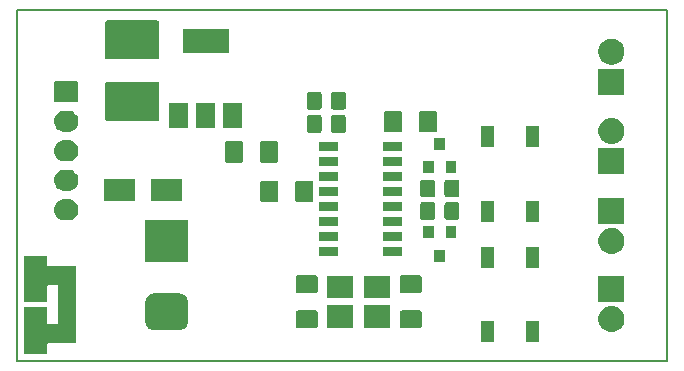
<source format=gbr>
G04 #@! TF.GenerationSoftware,KiCad,Pcbnew,(5.1.2-1)-1*
G04 #@! TF.CreationDate,2019-10-05T22:58:12+03:00*
G04 #@! TF.ProjectId,curtains-driver,63757274-6169-46e7-932d-647269766572,rev?*
G04 #@! TF.SameCoordinates,Original*
G04 #@! TF.FileFunction,Soldermask,Top*
G04 #@! TF.FilePolarity,Negative*
%FSLAX46Y46*%
G04 Gerber Fmt 4.6, Leading zero omitted, Abs format (unit mm)*
G04 Created by KiCad (PCBNEW (5.1.2-1)-1) date 2019-10-05 22:58:12*
%MOMM*%
%LPD*%
G04 APERTURE LIST*
%ADD10C,0.150000*%
%ADD11C,0.100000*%
G04 APERTURE END LIST*
D10*
X134000000Y-63754000D02*
X134000000Y-93500000D01*
X78968600Y-63754000D02*
X78968600Y-93472000D01*
X134000000Y-93500000D02*
X78968600Y-93472000D01*
X78968600Y-63754000D02*
X134000000Y-63754000D01*
D11*
G36*
X81525500Y-85333501D02*
G01*
X81527902Y-85357887D01*
X81535015Y-85381336D01*
X81546566Y-85402947D01*
X81562111Y-85421889D01*
X81581053Y-85437434D01*
X81602664Y-85448985D01*
X81626113Y-85456098D01*
X81650499Y-85458500D01*
X83925500Y-85458500D01*
X83925500Y-91960500D01*
X81650499Y-91960500D01*
X81626113Y-91962902D01*
X81602664Y-91970015D01*
X81581053Y-91981566D01*
X81562111Y-91997111D01*
X81546566Y-92016053D01*
X81535015Y-92037664D01*
X81527902Y-92061113D01*
X81525500Y-92085499D01*
X81525500Y-92858000D01*
X79523500Y-92858000D01*
X79523500Y-88911000D01*
X81525500Y-88911000D01*
X81525500Y-90258501D01*
X81527902Y-90282887D01*
X81535015Y-90306336D01*
X81546566Y-90327947D01*
X81562111Y-90346889D01*
X81581053Y-90362434D01*
X81602664Y-90373985D01*
X81626113Y-90381098D01*
X81650499Y-90383500D01*
X82318501Y-90383500D01*
X82342887Y-90381098D01*
X82366336Y-90373985D01*
X82387947Y-90362434D01*
X82406889Y-90346889D01*
X82422434Y-90327947D01*
X82433985Y-90306336D01*
X82441098Y-90282887D01*
X82443500Y-90258501D01*
X82443500Y-87160499D01*
X82441098Y-87136113D01*
X82433985Y-87112664D01*
X82422434Y-87091053D01*
X82406889Y-87072111D01*
X82387947Y-87056566D01*
X82366336Y-87045015D01*
X82342887Y-87037902D01*
X82318501Y-87035500D01*
X81650499Y-87035500D01*
X81626113Y-87037902D01*
X81602664Y-87045015D01*
X81581053Y-87056566D01*
X81562111Y-87072111D01*
X81546566Y-87091053D01*
X81535015Y-87112664D01*
X81527902Y-87136113D01*
X81525500Y-87160499D01*
X81525500Y-88508000D01*
X79523500Y-88508000D01*
X79523500Y-84561000D01*
X81525500Y-84561000D01*
X81525500Y-85333501D01*
X81525500Y-85333501D01*
G37*
G36*
X123126400Y-91884200D02*
G01*
X122024400Y-91884200D01*
X122024400Y-90082200D01*
X123126400Y-90082200D01*
X123126400Y-91884200D01*
X123126400Y-91884200D01*
G37*
G36*
X119326400Y-91884200D02*
G01*
X118224400Y-91884200D01*
X118224400Y-90082200D01*
X119326400Y-90082200D01*
X119326400Y-91884200D01*
X119326400Y-91884200D01*
G37*
G36*
X129500794Y-88836155D02*
G01*
X129607150Y-88857311D01*
X129707334Y-88898809D01*
X129807520Y-88940307D01*
X129987844Y-89060795D01*
X130141205Y-89214156D01*
X130261693Y-89394480D01*
X130261693Y-89394481D01*
X130344689Y-89594850D01*
X130387000Y-89807561D01*
X130387000Y-90024439D01*
X130344689Y-90237150D01*
X130316031Y-90306336D01*
X130261693Y-90437520D01*
X130141205Y-90617844D01*
X129987844Y-90771205D01*
X129807520Y-90891693D01*
X129607150Y-90974689D01*
X129500794Y-90995845D01*
X129394440Y-91017000D01*
X129177560Y-91017000D01*
X129071205Y-90995844D01*
X128964850Y-90974689D01*
X128764480Y-90891693D01*
X128584156Y-90771205D01*
X128430795Y-90617844D01*
X128310307Y-90437520D01*
X128255969Y-90306336D01*
X128227311Y-90237150D01*
X128185000Y-90024439D01*
X128185000Y-89807561D01*
X128227311Y-89594850D01*
X128310307Y-89394481D01*
X128310307Y-89394480D01*
X128430795Y-89214156D01*
X128584156Y-89060795D01*
X128764480Y-88940307D01*
X128864666Y-88898809D01*
X128964850Y-88857311D01*
X129071206Y-88836155D01*
X129177560Y-88815000D01*
X129394440Y-88815000D01*
X129500794Y-88836155D01*
X129500794Y-88836155D01*
G37*
G36*
X92857479Y-87775293D02*
G01*
X92991125Y-87815834D01*
X93114284Y-87881664D01*
X93222240Y-87970260D01*
X93310836Y-88078216D01*
X93376666Y-88201375D01*
X93417207Y-88335021D01*
X93431500Y-88480140D01*
X93431500Y-90143860D01*
X93417207Y-90288979D01*
X93376666Y-90422625D01*
X93310836Y-90545784D01*
X93222240Y-90653740D01*
X93114284Y-90742336D01*
X92991125Y-90808166D01*
X92857479Y-90848707D01*
X92712360Y-90863000D01*
X90548640Y-90863000D01*
X90403521Y-90848707D01*
X90269875Y-90808166D01*
X90146716Y-90742336D01*
X90038760Y-90653740D01*
X89950164Y-90545784D01*
X89884334Y-90422625D01*
X89843793Y-90288979D01*
X89829500Y-90143860D01*
X89829500Y-88480140D01*
X89843793Y-88335021D01*
X89884334Y-88201375D01*
X89950164Y-88078216D01*
X90038760Y-87970260D01*
X90146716Y-87881664D01*
X90269875Y-87815834D01*
X90403521Y-87775293D01*
X90548640Y-87761000D01*
X92712360Y-87761000D01*
X92857479Y-87775293D01*
X92857479Y-87775293D01*
G37*
G36*
X104255162Y-89196381D02*
G01*
X104290081Y-89206974D01*
X104322263Y-89224176D01*
X104350473Y-89247327D01*
X104373624Y-89275537D01*
X104390826Y-89307719D01*
X104401419Y-89342638D01*
X104405600Y-89385095D01*
X104405600Y-90526305D01*
X104401419Y-90568762D01*
X104390826Y-90603681D01*
X104373624Y-90635863D01*
X104350473Y-90664073D01*
X104322263Y-90687224D01*
X104290081Y-90704426D01*
X104255162Y-90715019D01*
X104212705Y-90719200D01*
X102746495Y-90719200D01*
X102704038Y-90715019D01*
X102669119Y-90704426D01*
X102636937Y-90687224D01*
X102608727Y-90664073D01*
X102585576Y-90635863D01*
X102568374Y-90603681D01*
X102557781Y-90568762D01*
X102553600Y-90526305D01*
X102553600Y-89385095D01*
X102557781Y-89342638D01*
X102568374Y-89307719D01*
X102585576Y-89275537D01*
X102608727Y-89247327D01*
X102636937Y-89224176D01*
X102669119Y-89206974D01*
X102704038Y-89196381D01*
X102746495Y-89192200D01*
X104212705Y-89192200D01*
X104255162Y-89196381D01*
X104255162Y-89196381D01*
G37*
G36*
X113068962Y-89196381D02*
G01*
X113103881Y-89206974D01*
X113136063Y-89224176D01*
X113164273Y-89247327D01*
X113187424Y-89275537D01*
X113204626Y-89307719D01*
X113215219Y-89342638D01*
X113219400Y-89385095D01*
X113219400Y-90526305D01*
X113215219Y-90568762D01*
X113204626Y-90603681D01*
X113187424Y-90635863D01*
X113164273Y-90664073D01*
X113136063Y-90687224D01*
X113103881Y-90704426D01*
X113068962Y-90715019D01*
X113026505Y-90719200D01*
X111560295Y-90719200D01*
X111517838Y-90715019D01*
X111482919Y-90704426D01*
X111450737Y-90687224D01*
X111422527Y-90664073D01*
X111399376Y-90635863D01*
X111382174Y-90603681D01*
X111371581Y-90568762D01*
X111367400Y-90526305D01*
X111367400Y-89385095D01*
X111371581Y-89342638D01*
X111382174Y-89307719D01*
X111399376Y-89275537D01*
X111422527Y-89247327D01*
X111450737Y-89224176D01*
X111482919Y-89206974D01*
X111517838Y-89196381D01*
X111560295Y-89192200D01*
X113026505Y-89192200D01*
X113068962Y-89196381D01*
X113068962Y-89196381D01*
G37*
G36*
X110524800Y-90669200D02*
G01*
X108322800Y-90669200D01*
X108322800Y-88767200D01*
X110524800Y-88767200D01*
X110524800Y-90669200D01*
X110524800Y-90669200D01*
G37*
G36*
X107424800Y-90669200D02*
G01*
X105222800Y-90669200D01*
X105222800Y-88767200D01*
X107424800Y-88767200D01*
X107424800Y-90669200D01*
X107424800Y-90669200D01*
G37*
G36*
X130387000Y-88477000D02*
G01*
X128185000Y-88477000D01*
X128185000Y-86275000D01*
X130387000Y-86275000D01*
X130387000Y-88477000D01*
X130387000Y-88477000D01*
G37*
G36*
X110524800Y-88169200D02*
G01*
X108322800Y-88169200D01*
X108322800Y-86267200D01*
X110524800Y-86267200D01*
X110524800Y-88169200D01*
X110524800Y-88169200D01*
G37*
G36*
X107424800Y-88169200D02*
G01*
X105222800Y-88169200D01*
X105222800Y-86267200D01*
X107424800Y-86267200D01*
X107424800Y-88169200D01*
X107424800Y-88169200D01*
G37*
G36*
X113068962Y-86221381D02*
G01*
X113103881Y-86231974D01*
X113136063Y-86249176D01*
X113164273Y-86272327D01*
X113187424Y-86300537D01*
X113204626Y-86332719D01*
X113215219Y-86367638D01*
X113219400Y-86410095D01*
X113219400Y-87551305D01*
X113215219Y-87593762D01*
X113204626Y-87628681D01*
X113187424Y-87660863D01*
X113164273Y-87689073D01*
X113136063Y-87712224D01*
X113103881Y-87729426D01*
X113068962Y-87740019D01*
X113026505Y-87744200D01*
X111560295Y-87744200D01*
X111517838Y-87740019D01*
X111482919Y-87729426D01*
X111450737Y-87712224D01*
X111422527Y-87689073D01*
X111399376Y-87660863D01*
X111382174Y-87628681D01*
X111371581Y-87593762D01*
X111367400Y-87551305D01*
X111367400Y-86410095D01*
X111371581Y-86367638D01*
X111382174Y-86332719D01*
X111399376Y-86300537D01*
X111422527Y-86272327D01*
X111450737Y-86249176D01*
X111482919Y-86231974D01*
X111517838Y-86221381D01*
X111560295Y-86217200D01*
X113026505Y-86217200D01*
X113068962Y-86221381D01*
X113068962Y-86221381D01*
G37*
G36*
X104255162Y-86221381D02*
G01*
X104290081Y-86231974D01*
X104322263Y-86249176D01*
X104350473Y-86272327D01*
X104373624Y-86300537D01*
X104390826Y-86332719D01*
X104401419Y-86367638D01*
X104405600Y-86410095D01*
X104405600Y-87551305D01*
X104401419Y-87593762D01*
X104390826Y-87628681D01*
X104373624Y-87660863D01*
X104350473Y-87689073D01*
X104322263Y-87712224D01*
X104290081Y-87729426D01*
X104255162Y-87740019D01*
X104212705Y-87744200D01*
X102746495Y-87744200D01*
X102704038Y-87740019D01*
X102669119Y-87729426D01*
X102636937Y-87712224D01*
X102608727Y-87689073D01*
X102585576Y-87660863D01*
X102568374Y-87628681D01*
X102557781Y-87593762D01*
X102553600Y-87551305D01*
X102553600Y-86410095D01*
X102557781Y-86367638D01*
X102568374Y-86332719D01*
X102585576Y-86300537D01*
X102608727Y-86272327D01*
X102636937Y-86249176D01*
X102669119Y-86231974D01*
X102704038Y-86221381D01*
X102746495Y-86217200D01*
X104212705Y-86217200D01*
X104255162Y-86221381D01*
X104255162Y-86221381D01*
G37*
G36*
X123126400Y-85584200D02*
G01*
X122024400Y-85584200D01*
X122024400Y-83782200D01*
X123126400Y-83782200D01*
X123126400Y-85584200D01*
X123126400Y-85584200D01*
G37*
G36*
X119326400Y-85584200D02*
G01*
X118224400Y-85584200D01*
X118224400Y-83782200D01*
X119326400Y-83782200D01*
X119326400Y-85584200D01*
X119326400Y-85584200D01*
G37*
G36*
X93431500Y-85113000D02*
G01*
X89829500Y-85113000D01*
X89829500Y-81511000D01*
X93431500Y-81511000D01*
X93431500Y-85113000D01*
X93431500Y-85113000D01*
G37*
G36*
X115195500Y-85067000D02*
G01*
X114293500Y-85067000D01*
X114293500Y-84065000D01*
X115195500Y-84065000D01*
X115195500Y-85067000D01*
X115195500Y-85067000D01*
G37*
G36*
X111563000Y-84552000D02*
G01*
X109961000Y-84552000D01*
X109961000Y-83850000D01*
X111563000Y-83850000D01*
X111563000Y-84552000D01*
X111563000Y-84552000D01*
G37*
G36*
X106163000Y-84552000D02*
G01*
X104561000Y-84552000D01*
X104561000Y-83850000D01*
X106163000Y-83850000D01*
X106163000Y-84552000D01*
X106163000Y-84552000D01*
G37*
G36*
X129500795Y-82232156D02*
G01*
X129607150Y-82253311D01*
X129807520Y-82336307D01*
X129987844Y-82456795D01*
X130141205Y-82610156D01*
X130261693Y-82790480D01*
X130344689Y-82990851D01*
X130387000Y-83203560D01*
X130387000Y-83420440D01*
X130344689Y-83633149D01*
X130261693Y-83833520D01*
X130141205Y-84013844D01*
X129987844Y-84167205D01*
X129807520Y-84287693D01*
X129607150Y-84370689D01*
X129500794Y-84391845D01*
X129394440Y-84413000D01*
X129177560Y-84413000D01*
X129071206Y-84391845D01*
X128964850Y-84370689D01*
X128764480Y-84287693D01*
X128584156Y-84167205D01*
X128430795Y-84013844D01*
X128310307Y-83833520D01*
X128227311Y-83633149D01*
X128185000Y-83420440D01*
X128185000Y-83203560D01*
X128227311Y-82990851D01*
X128310307Y-82790480D01*
X128430795Y-82610156D01*
X128584156Y-82456795D01*
X128764480Y-82336307D01*
X128864666Y-82294809D01*
X128964850Y-82253311D01*
X129071205Y-82232156D01*
X129177560Y-82211000D01*
X129394440Y-82211000D01*
X129500795Y-82232156D01*
X129500795Y-82232156D01*
G37*
G36*
X106163000Y-83282000D02*
G01*
X104561000Y-83282000D01*
X104561000Y-82580000D01*
X106163000Y-82580000D01*
X106163000Y-83282000D01*
X106163000Y-83282000D01*
G37*
G36*
X111563000Y-83282000D02*
G01*
X109961000Y-83282000D01*
X109961000Y-82580000D01*
X111563000Y-82580000D01*
X111563000Y-83282000D01*
X111563000Y-83282000D01*
G37*
G36*
X116145500Y-83067000D02*
G01*
X115243500Y-83067000D01*
X115243500Y-82065000D01*
X116145500Y-82065000D01*
X116145500Y-83067000D01*
X116145500Y-83067000D01*
G37*
G36*
X114245500Y-83067000D02*
G01*
X113343500Y-83067000D01*
X113343500Y-82065000D01*
X114245500Y-82065000D01*
X114245500Y-83067000D01*
X114245500Y-83067000D01*
G37*
G36*
X111563000Y-82012000D02*
G01*
X109961000Y-82012000D01*
X109961000Y-81310000D01*
X111563000Y-81310000D01*
X111563000Y-82012000D01*
X111563000Y-82012000D01*
G37*
G36*
X106163000Y-82012000D02*
G01*
X104561000Y-82012000D01*
X104561000Y-81310000D01*
X106163000Y-81310000D01*
X106163000Y-82012000D01*
X106163000Y-82012000D01*
G37*
G36*
X130387000Y-81873000D02*
G01*
X128185000Y-81873000D01*
X128185000Y-79671000D01*
X130387000Y-79671000D01*
X130387000Y-81873000D01*
X130387000Y-81873000D01*
G37*
G36*
X119377200Y-81698800D02*
G01*
X118275200Y-81698800D01*
X118275200Y-79896800D01*
X119377200Y-79896800D01*
X119377200Y-81698800D01*
X119377200Y-81698800D01*
G37*
G36*
X123177200Y-81698800D02*
G01*
X122075200Y-81698800D01*
X122075200Y-79896800D01*
X123177200Y-79896800D01*
X123177200Y-81698800D01*
X123177200Y-81698800D01*
G37*
G36*
X83356942Y-79781018D02*
G01*
X83423127Y-79787537D01*
X83592966Y-79839057D01*
X83749491Y-79922722D01*
X83785229Y-79952052D01*
X83886686Y-80035314D01*
X83948714Y-80110897D01*
X83999278Y-80172509D01*
X84082943Y-80329034D01*
X84134463Y-80498873D01*
X84151859Y-80675500D01*
X84134463Y-80852127D01*
X84082943Y-81021966D01*
X83999278Y-81178491D01*
X83969948Y-81214229D01*
X83886686Y-81315686D01*
X83785937Y-81398367D01*
X83749491Y-81428278D01*
X83592966Y-81511943D01*
X83423127Y-81563463D01*
X83356942Y-81569982D01*
X83290760Y-81576500D01*
X82952240Y-81576500D01*
X82886058Y-81569982D01*
X82819873Y-81563463D01*
X82650034Y-81511943D01*
X82493509Y-81428278D01*
X82457063Y-81398367D01*
X82356314Y-81315686D01*
X82273052Y-81214229D01*
X82243722Y-81178491D01*
X82160057Y-81021966D01*
X82108537Y-80852127D01*
X82091141Y-80675500D01*
X82108537Y-80498873D01*
X82160057Y-80329034D01*
X82243722Y-80172509D01*
X82294286Y-80110897D01*
X82356314Y-80035314D01*
X82457771Y-79952052D01*
X82493509Y-79922722D01*
X82650034Y-79839057D01*
X82819873Y-79787537D01*
X82886058Y-79781018D01*
X82952240Y-79774500D01*
X83290760Y-79774500D01*
X83356942Y-79781018D01*
X83356942Y-79781018D01*
G37*
G36*
X116233174Y-80025465D02*
G01*
X116270867Y-80036899D01*
X116305603Y-80055466D01*
X116336048Y-80080452D01*
X116361034Y-80110897D01*
X116379601Y-80145633D01*
X116391035Y-80183326D01*
X116395500Y-80228661D01*
X116395500Y-81315339D01*
X116391035Y-81360674D01*
X116379601Y-81398367D01*
X116361034Y-81433103D01*
X116336048Y-81463548D01*
X116305603Y-81488534D01*
X116270867Y-81507101D01*
X116233174Y-81518535D01*
X116187839Y-81523000D01*
X115351161Y-81523000D01*
X115305826Y-81518535D01*
X115268133Y-81507101D01*
X115233397Y-81488534D01*
X115202952Y-81463548D01*
X115177966Y-81433103D01*
X115159399Y-81398367D01*
X115147965Y-81360674D01*
X115143500Y-81315339D01*
X115143500Y-80228661D01*
X115147965Y-80183326D01*
X115159399Y-80145633D01*
X115177966Y-80110897D01*
X115202952Y-80080452D01*
X115233397Y-80055466D01*
X115268133Y-80036899D01*
X115305826Y-80025465D01*
X115351161Y-80021000D01*
X116187839Y-80021000D01*
X116233174Y-80025465D01*
X116233174Y-80025465D01*
G37*
G36*
X114183174Y-80025465D02*
G01*
X114220867Y-80036899D01*
X114255603Y-80055466D01*
X114286048Y-80080452D01*
X114311034Y-80110897D01*
X114329601Y-80145633D01*
X114341035Y-80183326D01*
X114345500Y-80228661D01*
X114345500Y-81315339D01*
X114341035Y-81360674D01*
X114329601Y-81398367D01*
X114311034Y-81433103D01*
X114286048Y-81463548D01*
X114255603Y-81488534D01*
X114220867Y-81507101D01*
X114183174Y-81518535D01*
X114137839Y-81523000D01*
X113301161Y-81523000D01*
X113255826Y-81518535D01*
X113218133Y-81507101D01*
X113183397Y-81488534D01*
X113152952Y-81463548D01*
X113127966Y-81433103D01*
X113109399Y-81398367D01*
X113097965Y-81360674D01*
X113093500Y-81315339D01*
X113093500Y-80228661D01*
X113097965Y-80183326D01*
X113109399Y-80145633D01*
X113127966Y-80110897D01*
X113152952Y-80080452D01*
X113183397Y-80055466D01*
X113218133Y-80036899D01*
X113255826Y-80025465D01*
X113301161Y-80021000D01*
X114137839Y-80021000D01*
X114183174Y-80025465D01*
X114183174Y-80025465D01*
G37*
G36*
X106163000Y-80742000D02*
G01*
X104561000Y-80742000D01*
X104561000Y-80040000D01*
X106163000Y-80040000D01*
X106163000Y-80742000D01*
X106163000Y-80742000D01*
G37*
G36*
X111563000Y-80742000D02*
G01*
X109961000Y-80742000D01*
X109961000Y-80040000D01*
X111563000Y-80040000D01*
X111563000Y-80742000D01*
X111563000Y-80742000D01*
G37*
G36*
X100916062Y-78199181D02*
G01*
X100950981Y-78209774D01*
X100983163Y-78226976D01*
X101011373Y-78250127D01*
X101034524Y-78278337D01*
X101051726Y-78310519D01*
X101062319Y-78345438D01*
X101066500Y-78387895D01*
X101066500Y-79854105D01*
X101062319Y-79896562D01*
X101051726Y-79931481D01*
X101034524Y-79963663D01*
X101011373Y-79991873D01*
X100983163Y-80015024D01*
X100950981Y-80032226D01*
X100916062Y-80042819D01*
X100873605Y-80047000D01*
X99732395Y-80047000D01*
X99689938Y-80042819D01*
X99655019Y-80032226D01*
X99622837Y-80015024D01*
X99594627Y-79991873D01*
X99571476Y-79963663D01*
X99554274Y-79931481D01*
X99543681Y-79896562D01*
X99539500Y-79854105D01*
X99539500Y-78387895D01*
X99543681Y-78345438D01*
X99554274Y-78310519D01*
X99571476Y-78278337D01*
X99594627Y-78250127D01*
X99622837Y-78226976D01*
X99655019Y-78209774D01*
X99689938Y-78199181D01*
X99732395Y-78195000D01*
X100873605Y-78195000D01*
X100916062Y-78199181D01*
X100916062Y-78199181D01*
G37*
G36*
X103891062Y-78199181D02*
G01*
X103925981Y-78209774D01*
X103958163Y-78226976D01*
X103986373Y-78250127D01*
X104009524Y-78278337D01*
X104026726Y-78310519D01*
X104037319Y-78345438D01*
X104041500Y-78387895D01*
X104041500Y-79854105D01*
X104037319Y-79896562D01*
X104026726Y-79931481D01*
X104009524Y-79963663D01*
X103986373Y-79991873D01*
X103958163Y-80015024D01*
X103925981Y-80032226D01*
X103891062Y-80042819D01*
X103848605Y-80047000D01*
X102707395Y-80047000D01*
X102664938Y-80042819D01*
X102630019Y-80032226D01*
X102597837Y-80015024D01*
X102569627Y-79991873D01*
X102546476Y-79963663D01*
X102529274Y-79931481D01*
X102518681Y-79896562D01*
X102514500Y-79854105D01*
X102514500Y-78387895D01*
X102518681Y-78345438D01*
X102529274Y-78310519D01*
X102546476Y-78278337D01*
X102569627Y-78250127D01*
X102597837Y-78226976D01*
X102630019Y-78209774D01*
X102664938Y-78199181D01*
X102707395Y-78195000D01*
X103848605Y-78195000D01*
X103891062Y-78199181D01*
X103891062Y-78199181D01*
G37*
G36*
X88931500Y-79945000D02*
G01*
X86329500Y-79945000D01*
X86329500Y-78043000D01*
X88931500Y-78043000D01*
X88931500Y-79945000D01*
X88931500Y-79945000D01*
G37*
G36*
X92931500Y-79945000D02*
G01*
X90329500Y-79945000D01*
X90329500Y-78043000D01*
X92931500Y-78043000D01*
X92931500Y-79945000D01*
X92931500Y-79945000D01*
G37*
G36*
X116233174Y-78120465D02*
G01*
X116270867Y-78131899D01*
X116305603Y-78150466D01*
X116336048Y-78175452D01*
X116361034Y-78205897D01*
X116379601Y-78240633D01*
X116391035Y-78278326D01*
X116395500Y-78323661D01*
X116395500Y-79410339D01*
X116391035Y-79455674D01*
X116379601Y-79493367D01*
X116361034Y-79528103D01*
X116336048Y-79558548D01*
X116305603Y-79583534D01*
X116270867Y-79602101D01*
X116233174Y-79613535D01*
X116187839Y-79618000D01*
X115351161Y-79618000D01*
X115305826Y-79613535D01*
X115268133Y-79602101D01*
X115233397Y-79583534D01*
X115202952Y-79558548D01*
X115177966Y-79528103D01*
X115159399Y-79493367D01*
X115147965Y-79455674D01*
X115143500Y-79410339D01*
X115143500Y-78323661D01*
X115147965Y-78278326D01*
X115159399Y-78240633D01*
X115177966Y-78205897D01*
X115202952Y-78175452D01*
X115233397Y-78150466D01*
X115268133Y-78131899D01*
X115305826Y-78120465D01*
X115351161Y-78116000D01*
X116187839Y-78116000D01*
X116233174Y-78120465D01*
X116233174Y-78120465D01*
G37*
G36*
X114183174Y-78120465D02*
G01*
X114220867Y-78131899D01*
X114255603Y-78150466D01*
X114286048Y-78175452D01*
X114311034Y-78205897D01*
X114329601Y-78240633D01*
X114341035Y-78278326D01*
X114345500Y-78323661D01*
X114345500Y-79410339D01*
X114341035Y-79455674D01*
X114329601Y-79493367D01*
X114311034Y-79528103D01*
X114286048Y-79558548D01*
X114255603Y-79583534D01*
X114220867Y-79602101D01*
X114183174Y-79613535D01*
X114137839Y-79618000D01*
X113301161Y-79618000D01*
X113255826Y-79613535D01*
X113218133Y-79602101D01*
X113183397Y-79583534D01*
X113152952Y-79558548D01*
X113127966Y-79528103D01*
X113109399Y-79493367D01*
X113097965Y-79455674D01*
X113093500Y-79410339D01*
X113093500Y-78323661D01*
X113097965Y-78278326D01*
X113109399Y-78240633D01*
X113127966Y-78205897D01*
X113152952Y-78175452D01*
X113183397Y-78150466D01*
X113218133Y-78131899D01*
X113255826Y-78120465D01*
X113301161Y-78116000D01*
X114137839Y-78116000D01*
X114183174Y-78120465D01*
X114183174Y-78120465D01*
G37*
G36*
X111563000Y-79472000D02*
G01*
X109961000Y-79472000D01*
X109961000Y-78770000D01*
X111563000Y-78770000D01*
X111563000Y-79472000D01*
X111563000Y-79472000D01*
G37*
G36*
X106163000Y-79472000D02*
G01*
X104561000Y-79472000D01*
X104561000Y-78770000D01*
X106163000Y-78770000D01*
X106163000Y-79472000D01*
X106163000Y-79472000D01*
G37*
G36*
X83356943Y-77281019D02*
G01*
X83423127Y-77287537D01*
X83592966Y-77339057D01*
X83749491Y-77422722D01*
X83785229Y-77452052D01*
X83886686Y-77535314D01*
X83969948Y-77636771D01*
X83999278Y-77672509D01*
X84082943Y-77829034D01*
X84134463Y-77998873D01*
X84151859Y-78175500D01*
X84134463Y-78352127D01*
X84082943Y-78521966D01*
X83999278Y-78678491D01*
X83969948Y-78714229D01*
X83886686Y-78815686D01*
X83785229Y-78898948D01*
X83749491Y-78928278D01*
X83592966Y-79011943D01*
X83423127Y-79063463D01*
X83356942Y-79069982D01*
X83290760Y-79076500D01*
X82952240Y-79076500D01*
X82886058Y-79069982D01*
X82819873Y-79063463D01*
X82650034Y-79011943D01*
X82493509Y-78928278D01*
X82457771Y-78898948D01*
X82356314Y-78815686D01*
X82273052Y-78714229D01*
X82243722Y-78678491D01*
X82160057Y-78521966D01*
X82108537Y-78352127D01*
X82091141Y-78175500D01*
X82108537Y-77998873D01*
X82160057Y-77829034D01*
X82243722Y-77672509D01*
X82273052Y-77636771D01*
X82356314Y-77535314D01*
X82457771Y-77452052D01*
X82493509Y-77422722D01*
X82650034Y-77339057D01*
X82819873Y-77287537D01*
X82886057Y-77281019D01*
X82952240Y-77274500D01*
X83290760Y-77274500D01*
X83356943Y-77281019D01*
X83356943Y-77281019D01*
G37*
G36*
X106163000Y-78202000D02*
G01*
X104561000Y-78202000D01*
X104561000Y-77500000D01*
X106163000Y-77500000D01*
X106163000Y-78202000D01*
X106163000Y-78202000D01*
G37*
G36*
X111563000Y-78202000D02*
G01*
X109961000Y-78202000D01*
X109961000Y-77500000D01*
X111563000Y-77500000D01*
X111563000Y-78202000D01*
X111563000Y-78202000D01*
G37*
G36*
X130387000Y-77639666D02*
G01*
X128185000Y-77639666D01*
X128185000Y-75437666D01*
X130387000Y-75437666D01*
X130387000Y-77639666D01*
X130387000Y-77639666D01*
G37*
G36*
X114245500Y-77574000D02*
G01*
X113343500Y-77574000D01*
X113343500Y-76572000D01*
X114245500Y-76572000D01*
X114245500Y-77574000D01*
X114245500Y-77574000D01*
G37*
G36*
X116145500Y-77574000D02*
G01*
X115243500Y-77574000D01*
X115243500Y-76572000D01*
X116145500Y-76572000D01*
X116145500Y-77574000D01*
X116145500Y-77574000D01*
G37*
G36*
X106163000Y-76932000D02*
G01*
X104561000Y-76932000D01*
X104561000Y-76230000D01*
X106163000Y-76230000D01*
X106163000Y-76932000D01*
X106163000Y-76932000D01*
G37*
G36*
X111563000Y-76932000D02*
G01*
X109961000Y-76932000D01*
X109961000Y-76230000D01*
X111563000Y-76230000D01*
X111563000Y-76932000D01*
X111563000Y-76932000D01*
G37*
G36*
X100906562Y-74833681D02*
G01*
X100941481Y-74844274D01*
X100973663Y-74861476D01*
X101001873Y-74884627D01*
X101025024Y-74912837D01*
X101042226Y-74945019D01*
X101052819Y-74979938D01*
X101057000Y-75022395D01*
X101057000Y-76488605D01*
X101052819Y-76531062D01*
X101042226Y-76565981D01*
X101025024Y-76598163D01*
X101001873Y-76626373D01*
X100973663Y-76649524D01*
X100941481Y-76666726D01*
X100906562Y-76677319D01*
X100864105Y-76681500D01*
X99722895Y-76681500D01*
X99680438Y-76677319D01*
X99645519Y-76666726D01*
X99613337Y-76649524D01*
X99585127Y-76626373D01*
X99561976Y-76598163D01*
X99544774Y-76565981D01*
X99534181Y-76531062D01*
X99530000Y-76488605D01*
X99530000Y-75022395D01*
X99534181Y-74979938D01*
X99544774Y-74945019D01*
X99561976Y-74912837D01*
X99585127Y-74884627D01*
X99613337Y-74861476D01*
X99645519Y-74844274D01*
X99680438Y-74833681D01*
X99722895Y-74829500D01*
X100864105Y-74829500D01*
X100906562Y-74833681D01*
X100906562Y-74833681D01*
G37*
G36*
X97931562Y-74833681D02*
G01*
X97966481Y-74844274D01*
X97998663Y-74861476D01*
X98026873Y-74884627D01*
X98050024Y-74912837D01*
X98067226Y-74945019D01*
X98077819Y-74979938D01*
X98082000Y-75022395D01*
X98082000Y-76488605D01*
X98077819Y-76531062D01*
X98067226Y-76565981D01*
X98050024Y-76598163D01*
X98026873Y-76626373D01*
X97998663Y-76649524D01*
X97966481Y-76666726D01*
X97931562Y-76677319D01*
X97889105Y-76681500D01*
X96747895Y-76681500D01*
X96705438Y-76677319D01*
X96670519Y-76666726D01*
X96638337Y-76649524D01*
X96610127Y-76626373D01*
X96586976Y-76598163D01*
X96569774Y-76565981D01*
X96559181Y-76531062D01*
X96555000Y-76488605D01*
X96555000Y-75022395D01*
X96559181Y-74979938D01*
X96569774Y-74945019D01*
X96586976Y-74912837D01*
X96610127Y-74884627D01*
X96638337Y-74861476D01*
X96670519Y-74844274D01*
X96705438Y-74833681D01*
X96747895Y-74829500D01*
X97889105Y-74829500D01*
X97931562Y-74833681D01*
X97931562Y-74833681D01*
G37*
G36*
X83356943Y-74781019D02*
G01*
X83423127Y-74787537D01*
X83592966Y-74839057D01*
X83749491Y-74922722D01*
X83776660Y-74945019D01*
X83886686Y-75035314D01*
X83969948Y-75136771D01*
X83999278Y-75172509D01*
X84082943Y-75329034D01*
X84134463Y-75498873D01*
X84151859Y-75675500D01*
X84134463Y-75852127D01*
X84082943Y-76021966D01*
X83999278Y-76178491D01*
X83969948Y-76214229D01*
X83886686Y-76315686D01*
X83785229Y-76398948D01*
X83749491Y-76428278D01*
X83592966Y-76511943D01*
X83423127Y-76563463D01*
X83356942Y-76569982D01*
X83290760Y-76576500D01*
X82952240Y-76576500D01*
X82886058Y-76569982D01*
X82819873Y-76563463D01*
X82650034Y-76511943D01*
X82493509Y-76428278D01*
X82457771Y-76398948D01*
X82356314Y-76315686D01*
X82273052Y-76214229D01*
X82243722Y-76178491D01*
X82160057Y-76021966D01*
X82108537Y-75852127D01*
X82091141Y-75675500D01*
X82108537Y-75498873D01*
X82160057Y-75329034D01*
X82243722Y-75172509D01*
X82273052Y-75136771D01*
X82356314Y-75035314D01*
X82466340Y-74945019D01*
X82493509Y-74922722D01*
X82650034Y-74839057D01*
X82819873Y-74787537D01*
X82886057Y-74781019D01*
X82952240Y-74774500D01*
X83290760Y-74774500D01*
X83356943Y-74781019D01*
X83356943Y-74781019D01*
G37*
G36*
X111563000Y-75662000D02*
G01*
X109961000Y-75662000D01*
X109961000Y-74960000D01*
X111563000Y-74960000D01*
X111563000Y-75662000D01*
X111563000Y-75662000D01*
G37*
G36*
X106163000Y-75662000D02*
G01*
X104561000Y-75662000D01*
X104561000Y-74960000D01*
X106163000Y-74960000D01*
X106163000Y-75662000D01*
X106163000Y-75662000D01*
G37*
G36*
X115195500Y-75574000D02*
G01*
X114293500Y-75574000D01*
X114293500Y-74572000D01*
X115195500Y-74572000D01*
X115195500Y-75574000D01*
X115195500Y-75574000D01*
G37*
G36*
X123177200Y-75398800D02*
G01*
X122075200Y-75398800D01*
X122075200Y-73596800D01*
X123177200Y-73596800D01*
X123177200Y-75398800D01*
X123177200Y-75398800D01*
G37*
G36*
X119377200Y-75398800D02*
G01*
X118275200Y-75398800D01*
X118275200Y-73596800D01*
X119377200Y-73596800D01*
X119377200Y-75398800D01*
X119377200Y-75398800D01*
G37*
G36*
X129500795Y-72918822D02*
G01*
X129607150Y-72939977D01*
X129707334Y-72981475D01*
X129807520Y-73022973D01*
X129987844Y-73143461D01*
X130141205Y-73296822D01*
X130261693Y-73477146D01*
X130261693Y-73477147D01*
X130344689Y-73677516D01*
X130344883Y-73678491D01*
X130387000Y-73890226D01*
X130387000Y-74107106D01*
X130344689Y-74319815D01*
X130261693Y-74520186D01*
X130141205Y-74700510D01*
X129987844Y-74853871D01*
X129807520Y-74974359D01*
X129757987Y-74994876D01*
X129607150Y-75057355D01*
X129500794Y-75078511D01*
X129394440Y-75099666D01*
X129177560Y-75099666D01*
X129071206Y-75078511D01*
X128964850Y-75057355D01*
X128814013Y-74994876D01*
X128764480Y-74974359D01*
X128584156Y-74853871D01*
X128430795Y-74700510D01*
X128310307Y-74520186D01*
X128227311Y-74319815D01*
X128185000Y-74107106D01*
X128185000Y-73890226D01*
X128227117Y-73678491D01*
X128227311Y-73677516D01*
X128310307Y-73477147D01*
X128310307Y-73477146D01*
X128430795Y-73296822D01*
X128584156Y-73143461D01*
X128764480Y-73022973D01*
X128864666Y-72981475D01*
X128964850Y-72939977D01*
X129071205Y-72918822D01*
X129177560Y-72897666D01*
X129394440Y-72897666D01*
X129500795Y-72918822D01*
X129500795Y-72918822D01*
G37*
G36*
X106631974Y-72659465D02*
G01*
X106669667Y-72670899D01*
X106704403Y-72689466D01*
X106734848Y-72714452D01*
X106759834Y-72744897D01*
X106778401Y-72779633D01*
X106789835Y-72817326D01*
X106794300Y-72862661D01*
X106794300Y-73949339D01*
X106789835Y-73994674D01*
X106778401Y-74032367D01*
X106759834Y-74067103D01*
X106734848Y-74097548D01*
X106704403Y-74122534D01*
X106669667Y-74141101D01*
X106631974Y-74152535D01*
X106586639Y-74157000D01*
X105749961Y-74157000D01*
X105704626Y-74152535D01*
X105666933Y-74141101D01*
X105632197Y-74122534D01*
X105601752Y-74097548D01*
X105576766Y-74067103D01*
X105558199Y-74032367D01*
X105546765Y-73994674D01*
X105542300Y-73949339D01*
X105542300Y-72862661D01*
X105546765Y-72817326D01*
X105558199Y-72779633D01*
X105576766Y-72744897D01*
X105601752Y-72714452D01*
X105632197Y-72689466D01*
X105666933Y-72670899D01*
X105704626Y-72659465D01*
X105749961Y-72655000D01*
X106586639Y-72655000D01*
X106631974Y-72659465D01*
X106631974Y-72659465D01*
G37*
G36*
X104581974Y-72659465D02*
G01*
X104619667Y-72670899D01*
X104654403Y-72689466D01*
X104684848Y-72714452D01*
X104709834Y-72744897D01*
X104728401Y-72779633D01*
X104739835Y-72817326D01*
X104744300Y-72862661D01*
X104744300Y-73949339D01*
X104739835Y-73994674D01*
X104728401Y-74032367D01*
X104709834Y-74067103D01*
X104684848Y-74097548D01*
X104654403Y-74122534D01*
X104619667Y-74141101D01*
X104581974Y-74152535D01*
X104536639Y-74157000D01*
X103699961Y-74157000D01*
X103654626Y-74152535D01*
X103616933Y-74141101D01*
X103582197Y-74122534D01*
X103551752Y-74097548D01*
X103526766Y-74067103D01*
X103508199Y-74032367D01*
X103496765Y-73994674D01*
X103492300Y-73949339D01*
X103492300Y-72862661D01*
X103496765Y-72817326D01*
X103508199Y-72779633D01*
X103526766Y-72744897D01*
X103551752Y-72714452D01*
X103582197Y-72689466D01*
X103616933Y-72670899D01*
X103654626Y-72659465D01*
X103699961Y-72655000D01*
X104536639Y-72655000D01*
X104581974Y-72659465D01*
X104581974Y-72659465D01*
G37*
G36*
X114368562Y-72280981D02*
G01*
X114403481Y-72291574D01*
X114435663Y-72308776D01*
X114463873Y-72331927D01*
X114487024Y-72360137D01*
X114504226Y-72392319D01*
X114514819Y-72427238D01*
X114519000Y-72469695D01*
X114519000Y-73935905D01*
X114514819Y-73978362D01*
X114504226Y-74013281D01*
X114487024Y-74045463D01*
X114463873Y-74073673D01*
X114435663Y-74096824D01*
X114403481Y-74114026D01*
X114368562Y-74124619D01*
X114326105Y-74128800D01*
X113184895Y-74128800D01*
X113142438Y-74124619D01*
X113107519Y-74114026D01*
X113075337Y-74096824D01*
X113047127Y-74073673D01*
X113023976Y-74045463D01*
X113006774Y-74013281D01*
X112996181Y-73978362D01*
X112992000Y-73935905D01*
X112992000Y-72469695D01*
X112996181Y-72427238D01*
X113006774Y-72392319D01*
X113023976Y-72360137D01*
X113047127Y-72331927D01*
X113075337Y-72308776D01*
X113107519Y-72291574D01*
X113142438Y-72280981D01*
X113184895Y-72276800D01*
X114326105Y-72276800D01*
X114368562Y-72280981D01*
X114368562Y-72280981D01*
G37*
G36*
X111393562Y-72280981D02*
G01*
X111428481Y-72291574D01*
X111460663Y-72308776D01*
X111488873Y-72331927D01*
X111512024Y-72360137D01*
X111529226Y-72392319D01*
X111539819Y-72427238D01*
X111544000Y-72469695D01*
X111544000Y-73935905D01*
X111539819Y-73978362D01*
X111529226Y-74013281D01*
X111512024Y-74045463D01*
X111488873Y-74073673D01*
X111460663Y-74096824D01*
X111428481Y-74114026D01*
X111393562Y-74124619D01*
X111351105Y-74128800D01*
X110209895Y-74128800D01*
X110167438Y-74124619D01*
X110132519Y-74114026D01*
X110100337Y-74096824D01*
X110072127Y-74073673D01*
X110048976Y-74045463D01*
X110031774Y-74013281D01*
X110021181Y-73978362D01*
X110017000Y-73935905D01*
X110017000Y-72469695D01*
X110021181Y-72427238D01*
X110031774Y-72392319D01*
X110048976Y-72360137D01*
X110072127Y-72331927D01*
X110100337Y-72308776D01*
X110132519Y-72291574D01*
X110167438Y-72280981D01*
X110209895Y-72276800D01*
X111351105Y-72276800D01*
X111393562Y-72280981D01*
X111393562Y-72280981D01*
G37*
G36*
X83356562Y-72280981D02*
G01*
X83423127Y-72287537D01*
X83592966Y-72339057D01*
X83749491Y-72422722D01*
X83785229Y-72452052D01*
X83886686Y-72535314D01*
X83969948Y-72636771D01*
X83999278Y-72672509D01*
X84082943Y-72829034D01*
X84134463Y-72998873D01*
X84151859Y-73175500D01*
X84134463Y-73352127D01*
X84082943Y-73521966D01*
X83999278Y-73678491D01*
X83969948Y-73714229D01*
X83886686Y-73815686D01*
X83802436Y-73884827D01*
X83749491Y-73928278D01*
X83592966Y-74011943D01*
X83423127Y-74063463D01*
X83356942Y-74069982D01*
X83290760Y-74076500D01*
X82952240Y-74076500D01*
X82886058Y-74069982D01*
X82819873Y-74063463D01*
X82650034Y-74011943D01*
X82493509Y-73928278D01*
X82440564Y-73884827D01*
X82356314Y-73815686D01*
X82273052Y-73714229D01*
X82243722Y-73678491D01*
X82160057Y-73521966D01*
X82108537Y-73352127D01*
X82091141Y-73175500D01*
X82108537Y-72998873D01*
X82160057Y-72829034D01*
X82243722Y-72672509D01*
X82273052Y-72636771D01*
X82356314Y-72535314D01*
X82457771Y-72452052D01*
X82493509Y-72422722D01*
X82650034Y-72339057D01*
X82819873Y-72287537D01*
X82886438Y-72280981D01*
X82952240Y-72274500D01*
X83290760Y-72274500D01*
X83356562Y-72280981D01*
X83356562Y-72280981D01*
G37*
G36*
X93433500Y-73733500D02*
G01*
X91831500Y-73733500D01*
X91831500Y-71631500D01*
X93433500Y-71631500D01*
X93433500Y-73733500D01*
X93433500Y-73733500D01*
G37*
G36*
X95733500Y-73733500D02*
G01*
X94131500Y-73733500D01*
X94131500Y-71631500D01*
X95733500Y-71631500D01*
X95733500Y-73733500D01*
X95733500Y-73733500D01*
G37*
G36*
X98033500Y-73733500D02*
G01*
X96431500Y-73733500D01*
X96431500Y-71631500D01*
X98033500Y-71631500D01*
X98033500Y-73733500D01*
X98033500Y-73733500D01*
G37*
G36*
X90862631Y-69850023D02*
G01*
X90891128Y-69858667D01*
X90917389Y-69872704D01*
X90940406Y-69891594D01*
X90959296Y-69914611D01*
X90973333Y-69940872D01*
X90981977Y-69969369D01*
X90985500Y-70005140D01*
X90985500Y-72989860D01*
X90981977Y-73025631D01*
X90973333Y-73054128D01*
X90959296Y-73080389D01*
X90940406Y-73103406D01*
X90917389Y-73122296D01*
X90891128Y-73136333D01*
X90862631Y-73144977D01*
X90826860Y-73148500D01*
X86592140Y-73148500D01*
X86556369Y-73144977D01*
X86527872Y-73136333D01*
X86501611Y-73122296D01*
X86478594Y-73103406D01*
X86459704Y-73080389D01*
X86445667Y-73054128D01*
X86437023Y-73025631D01*
X86433500Y-72989860D01*
X86433500Y-70005140D01*
X86437023Y-69969369D01*
X86445667Y-69940872D01*
X86459704Y-69914611D01*
X86478594Y-69891594D01*
X86501611Y-69872704D01*
X86527872Y-69858667D01*
X86556369Y-69850023D01*
X86592140Y-69846500D01*
X90826860Y-69846500D01*
X90862631Y-69850023D01*
X90862631Y-69850023D01*
G37*
G36*
X104581974Y-70690965D02*
G01*
X104619667Y-70702399D01*
X104654403Y-70720966D01*
X104684848Y-70745952D01*
X104709834Y-70776397D01*
X104728401Y-70811133D01*
X104739835Y-70848826D01*
X104744300Y-70894161D01*
X104744300Y-71980839D01*
X104739835Y-72026174D01*
X104728401Y-72063867D01*
X104709834Y-72098603D01*
X104684848Y-72129048D01*
X104654403Y-72154034D01*
X104619667Y-72172601D01*
X104581974Y-72184035D01*
X104536639Y-72188500D01*
X103699961Y-72188500D01*
X103654626Y-72184035D01*
X103616933Y-72172601D01*
X103582197Y-72154034D01*
X103551752Y-72129048D01*
X103526766Y-72098603D01*
X103508199Y-72063867D01*
X103496765Y-72026174D01*
X103492300Y-71980839D01*
X103492300Y-70894161D01*
X103496765Y-70848826D01*
X103508199Y-70811133D01*
X103526766Y-70776397D01*
X103551752Y-70745952D01*
X103582197Y-70720966D01*
X103616933Y-70702399D01*
X103654626Y-70690965D01*
X103699961Y-70686500D01*
X104536639Y-70686500D01*
X104581974Y-70690965D01*
X104581974Y-70690965D01*
G37*
G36*
X106631974Y-70690965D02*
G01*
X106669667Y-70702399D01*
X106704403Y-70720966D01*
X106734848Y-70745952D01*
X106759834Y-70776397D01*
X106778401Y-70811133D01*
X106789835Y-70848826D01*
X106794300Y-70894161D01*
X106794300Y-71980839D01*
X106789835Y-72026174D01*
X106778401Y-72063867D01*
X106759834Y-72098603D01*
X106734848Y-72129048D01*
X106704403Y-72154034D01*
X106669667Y-72172601D01*
X106631974Y-72184035D01*
X106586639Y-72188500D01*
X105749961Y-72188500D01*
X105704626Y-72184035D01*
X105666933Y-72172601D01*
X105632197Y-72154034D01*
X105601752Y-72129048D01*
X105576766Y-72098603D01*
X105558199Y-72063867D01*
X105546765Y-72026174D01*
X105542300Y-71980839D01*
X105542300Y-70894161D01*
X105546765Y-70848826D01*
X105558199Y-70811133D01*
X105576766Y-70776397D01*
X105601752Y-70745952D01*
X105632197Y-70720966D01*
X105666933Y-70702399D01*
X105704626Y-70690965D01*
X105749961Y-70686500D01*
X106586639Y-70686500D01*
X106631974Y-70690965D01*
X106631974Y-70690965D01*
G37*
G36*
X84005198Y-69778487D02*
G01*
X84038224Y-69788505D01*
X84068659Y-69804773D01*
X84095335Y-69826665D01*
X84117227Y-69853341D01*
X84133495Y-69883776D01*
X84143513Y-69916802D01*
X84147500Y-69957284D01*
X84147500Y-71393716D01*
X84143513Y-71434198D01*
X84133495Y-71467224D01*
X84117227Y-71497659D01*
X84095335Y-71524335D01*
X84068659Y-71546227D01*
X84038224Y-71562495D01*
X84005198Y-71572513D01*
X83964716Y-71576500D01*
X82278284Y-71576500D01*
X82237802Y-71572513D01*
X82204776Y-71562495D01*
X82174341Y-71546227D01*
X82147665Y-71524335D01*
X82125773Y-71497659D01*
X82109505Y-71467224D01*
X82099487Y-71434198D01*
X82095500Y-71393716D01*
X82095500Y-69957284D01*
X82099487Y-69916802D01*
X82109505Y-69883776D01*
X82125773Y-69853341D01*
X82147665Y-69826665D01*
X82174341Y-69804773D01*
X82204776Y-69788505D01*
X82237802Y-69778487D01*
X82278284Y-69774500D01*
X83964716Y-69774500D01*
X84005198Y-69778487D01*
X84005198Y-69778487D01*
G37*
G36*
X130387000Y-70925600D02*
G01*
X128185000Y-70925600D01*
X128185000Y-68723600D01*
X130387000Y-68723600D01*
X130387000Y-70925600D01*
X130387000Y-70925600D01*
G37*
G36*
X129500794Y-66204755D02*
G01*
X129607150Y-66225911D01*
X129807520Y-66308907D01*
X129987844Y-66429395D01*
X130141205Y-66582756D01*
X130261693Y-66763080D01*
X130344689Y-66963451D01*
X130387000Y-67176160D01*
X130387000Y-67393040D01*
X130344689Y-67605749D01*
X130261693Y-67806120D01*
X130141205Y-67986444D01*
X129987844Y-68139805D01*
X129807520Y-68260293D01*
X129707334Y-68301791D01*
X129607150Y-68343289D01*
X129500795Y-68364444D01*
X129394440Y-68385600D01*
X129177560Y-68385600D01*
X129071205Y-68364444D01*
X128964850Y-68343289D01*
X128764480Y-68260293D01*
X128584156Y-68139805D01*
X128430795Y-67986444D01*
X128310307Y-67806120D01*
X128227311Y-67605749D01*
X128185000Y-67393040D01*
X128185000Y-67176160D01*
X128227311Y-66963451D01*
X128310307Y-66763080D01*
X128430795Y-66582756D01*
X128584156Y-66429395D01*
X128764480Y-66308907D01*
X128964850Y-66225911D01*
X129071206Y-66204755D01*
X129177560Y-66183600D01*
X129394440Y-66183600D01*
X129500794Y-66204755D01*
X129500794Y-66204755D01*
G37*
G36*
X90862631Y-64650023D02*
G01*
X90891128Y-64658667D01*
X90917389Y-64672704D01*
X90940406Y-64691594D01*
X90959296Y-64714611D01*
X90973333Y-64740872D01*
X90981977Y-64769369D01*
X90985500Y-64805140D01*
X90985500Y-67789860D01*
X90981977Y-67825631D01*
X90973333Y-67854128D01*
X90959296Y-67880389D01*
X90940406Y-67903406D01*
X90917389Y-67922296D01*
X90891128Y-67936333D01*
X90862631Y-67944977D01*
X90826860Y-67948500D01*
X86592140Y-67948500D01*
X86556369Y-67944977D01*
X86527872Y-67936333D01*
X86501611Y-67922296D01*
X86478594Y-67903406D01*
X86459704Y-67880389D01*
X86445667Y-67854128D01*
X86437023Y-67825631D01*
X86433500Y-67789860D01*
X86433500Y-64805140D01*
X86437023Y-64769369D01*
X86445667Y-64740872D01*
X86459704Y-64714611D01*
X86478594Y-64691594D01*
X86501611Y-64672704D01*
X86527872Y-64658667D01*
X86556369Y-64650023D01*
X86592140Y-64646500D01*
X90826860Y-64646500D01*
X90862631Y-64650023D01*
X90862631Y-64650023D01*
G37*
G36*
X96883500Y-67433500D02*
G01*
X92981500Y-67433500D01*
X92981500Y-65331500D01*
X96883500Y-65331500D01*
X96883500Y-67433500D01*
X96883500Y-67433500D01*
G37*
M02*

</source>
